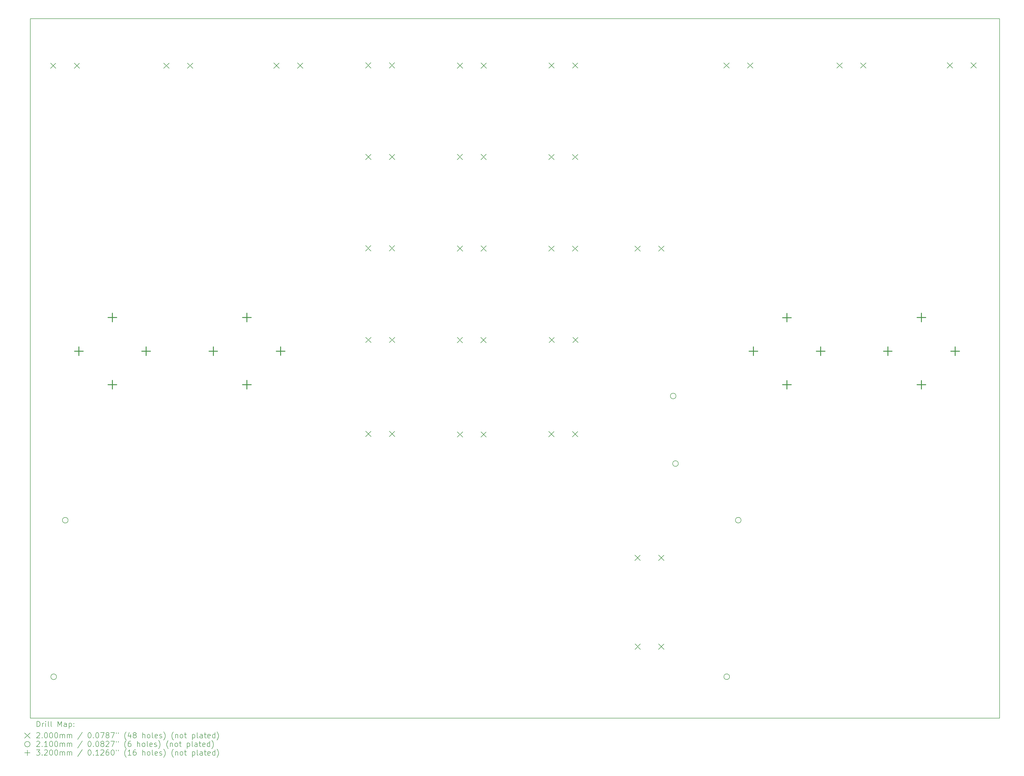
<source format=gbr>
%FSLAX45Y45*%
G04 Gerber Fmt 4.5, Leading zero omitted, Abs format (unit mm)*
G04 Created by KiCad (PCBNEW (5.99.0-11071-g7fde05e8ee)) date 2021-07-29 16:05:57*
%MOMM*%
%LPD*%
G01*
G04 APERTURE LIST*
%TA.AperFunction,Profile*%
%ADD10C,0.150000*%
%TD*%
%ADD11C,0.200000*%
%ADD12C,0.210000*%
%ADD13C,0.320000*%
G04 APERTURE END LIST*
D10*
X47900000Y-31100000D02*
X11900000Y-31100000D01*
X11900000Y-31100000D02*
X11900000Y-5100000D01*
X47900000Y-5100000D02*
X47900000Y-31100000D01*
X11900000Y-5100000D02*
X47900000Y-5100000D01*
D11*
X12655000Y-6747000D02*
X12855000Y-6947000D01*
X12855000Y-6747000D02*
X12655000Y-6947000D01*
X13535000Y-6747000D02*
X13735000Y-6947000D01*
X13735000Y-6747000D02*
X13535000Y-6947000D01*
X16857000Y-6748000D02*
X17057000Y-6948000D01*
X17057000Y-6748000D02*
X16857000Y-6948000D01*
X17737000Y-6748000D02*
X17937000Y-6948000D01*
X17937000Y-6748000D02*
X17737000Y-6948000D01*
X20946000Y-6746000D02*
X21146000Y-6946000D01*
X21146000Y-6746000D02*
X20946000Y-6946000D01*
X21826000Y-6746000D02*
X22026000Y-6946000D01*
X22026000Y-6746000D02*
X21826000Y-6946000D01*
X24355000Y-13533000D02*
X24555000Y-13733000D01*
X24555000Y-13533000D02*
X24355000Y-13733000D01*
X24356000Y-6737000D02*
X24556000Y-6937000D01*
X24556000Y-6737000D02*
X24356000Y-6937000D01*
X24358000Y-16942000D02*
X24558000Y-17142000D01*
X24558000Y-16942000D02*
X24358000Y-17142000D01*
X24359000Y-10138000D02*
X24559000Y-10338000D01*
X24559000Y-10138000D02*
X24359000Y-10338000D01*
X24361000Y-20435000D02*
X24561000Y-20635000D01*
X24561000Y-20435000D02*
X24361000Y-20635000D01*
X25235000Y-13533000D02*
X25435000Y-13733000D01*
X25435000Y-13533000D02*
X25235000Y-13733000D01*
X25236000Y-6737000D02*
X25436000Y-6937000D01*
X25436000Y-6737000D02*
X25236000Y-6937000D01*
X25238000Y-16942000D02*
X25438000Y-17142000D01*
X25438000Y-16942000D02*
X25238000Y-17142000D01*
X25239000Y-10138000D02*
X25439000Y-10338000D01*
X25439000Y-10138000D02*
X25239000Y-10338000D01*
X25241000Y-20435000D02*
X25441000Y-20635000D01*
X25441000Y-20435000D02*
X25241000Y-20635000D01*
X27757000Y-16946000D02*
X27957000Y-17146000D01*
X27957000Y-16946000D02*
X27757000Y-17146000D01*
X27759000Y-10140000D02*
X27959000Y-10340000D01*
X27959000Y-10140000D02*
X27759000Y-10340000D01*
X27760000Y-13543000D02*
X27960000Y-13743000D01*
X27960000Y-13543000D02*
X27760000Y-13743000D01*
X27760000Y-20455000D02*
X27960000Y-20655000D01*
X27960000Y-20455000D02*
X27760000Y-20655000D01*
X27761000Y-6744000D02*
X27961000Y-6944000D01*
X27961000Y-6744000D02*
X27761000Y-6944000D01*
X28637000Y-16946000D02*
X28837000Y-17146000D01*
X28837000Y-16946000D02*
X28637000Y-17146000D01*
X28639000Y-10140000D02*
X28839000Y-10340000D01*
X28839000Y-10140000D02*
X28639000Y-10340000D01*
X28640000Y-13543000D02*
X28840000Y-13743000D01*
X28840000Y-13543000D02*
X28640000Y-13743000D01*
X28640000Y-20455000D02*
X28840000Y-20655000D01*
X28840000Y-20455000D02*
X28640000Y-20655000D01*
X28641000Y-6744000D02*
X28841000Y-6944000D01*
X28841000Y-6744000D02*
X28641000Y-6944000D01*
X31159000Y-13548000D02*
X31359000Y-13748000D01*
X31359000Y-13548000D02*
X31159000Y-13748000D01*
X31160000Y-10142000D02*
X31360000Y-10342000D01*
X31360000Y-10142000D02*
X31160000Y-10342000D01*
X31160000Y-20445000D02*
X31360000Y-20645000D01*
X31360000Y-20445000D02*
X31160000Y-20645000D01*
X31161000Y-6738000D02*
X31361000Y-6938000D01*
X31361000Y-6738000D02*
X31161000Y-6938000D01*
X31170000Y-16940000D02*
X31370000Y-17140000D01*
X31370000Y-16940000D02*
X31170000Y-17140000D01*
X32039000Y-13548000D02*
X32239000Y-13748000D01*
X32239000Y-13548000D02*
X32039000Y-13748000D01*
X32040000Y-10142000D02*
X32240000Y-10342000D01*
X32240000Y-10142000D02*
X32040000Y-10342000D01*
X32040000Y-20445000D02*
X32240000Y-20645000D01*
X32240000Y-20445000D02*
X32040000Y-20645000D01*
X32041000Y-6738000D02*
X32241000Y-6938000D01*
X32241000Y-6738000D02*
X32041000Y-6938000D01*
X32050000Y-16940000D02*
X32250000Y-17140000D01*
X32250000Y-16940000D02*
X32050000Y-17140000D01*
X34357000Y-25040000D02*
X34557000Y-25240000D01*
X34557000Y-25040000D02*
X34357000Y-25240000D01*
X34360000Y-13546000D02*
X34560000Y-13746000D01*
X34560000Y-13546000D02*
X34360000Y-13746000D01*
X34361000Y-28344000D02*
X34561000Y-28544000D01*
X34561000Y-28344000D02*
X34361000Y-28544000D01*
X35237000Y-25040000D02*
X35437000Y-25240000D01*
X35437000Y-25040000D02*
X35237000Y-25240000D01*
X35240000Y-13546000D02*
X35440000Y-13746000D01*
X35440000Y-13546000D02*
X35240000Y-13746000D01*
X35241000Y-28344000D02*
X35441000Y-28544000D01*
X35441000Y-28344000D02*
X35241000Y-28544000D01*
X37659000Y-6738000D02*
X37859000Y-6938000D01*
X37859000Y-6738000D02*
X37659000Y-6938000D01*
X38539000Y-6738000D02*
X38739000Y-6938000D01*
X38739000Y-6738000D02*
X38539000Y-6938000D01*
X41861000Y-6739000D02*
X42061000Y-6939000D01*
X42061000Y-6739000D02*
X41861000Y-6939000D01*
X42741000Y-6739000D02*
X42941000Y-6939000D01*
X42941000Y-6739000D02*
X42741000Y-6939000D01*
X45957000Y-6733000D02*
X46157000Y-6933000D01*
X46157000Y-6733000D02*
X45957000Y-6933000D01*
X46837000Y-6733000D02*
X47037000Y-6933000D01*
X47037000Y-6733000D02*
X46837000Y-6933000D01*
D12*
X12875000Y-29562000D02*
G75*
G03*
X12875000Y-29562000I-105000J0D01*
G01*
X13305000Y-23743000D02*
G75*
G03*
X13305000Y-23743000I-105000J0D01*
G01*
X35884000Y-19126000D02*
G75*
G03*
X35884000Y-19126000I-105000J0D01*
G01*
X35970000Y-21637000D02*
G75*
G03*
X35970000Y-21637000I-105000J0D01*
G01*
X37872000Y-29560000D02*
G75*
G03*
X37872000Y-29560000I-105000J0D01*
G01*
X38301000Y-23741000D02*
G75*
G03*
X38301000Y-23741000I-105000J0D01*
G01*
D13*
X13703000Y-17300000D02*
X13703000Y-17620000D01*
X13543000Y-17460000D02*
X13863000Y-17460000D01*
X14952000Y-16049000D02*
X14952000Y-16369000D01*
X14792000Y-16209000D02*
X15112000Y-16209000D01*
X14952000Y-18547000D02*
X14952000Y-18867000D01*
X14792000Y-18707000D02*
X15112000Y-18707000D01*
X16202000Y-17298000D02*
X16202000Y-17618000D01*
X16042000Y-17458000D02*
X16362000Y-17458000D01*
X18698000Y-17298000D02*
X18698000Y-17618000D01*
X18538000Y-17458000D02*
X18858000Y-17458000D01*
X19947000Y-16048000D02*
X19947000Y-16368000D01*
X19787000Y-16208000D02*
X20107000Y-16208000D01*
X19949000Y-18546000D02*
X19949000Y-18866000D01*
X19789000Y-18706000D02*
X20109000Y-18706000D01*
X21198000Y-17297000D02*
X21198000Y-17617000D01*
X21038000Y-17457000D02*
X21358000Y-17457000D01*
X38756000Y-17302000D02*
X38756000Y-17622000D01*
X38596000Y-17462000D02*
X38916000Y-17462000D01*
X40005000Y-16052000D02*
X40005000Y-16372000D01*
X39845000Y-16212000D02*
X40165000Y-16212000D01*
X40006000Y-18549000D02*
X40006000Y-18869000D01*
X39846000Y-18709000D02*
X40166000Y-18709000D01*
X41255000Y-17302000D02*
X41255000Y-17622000D01*
X41095000Y-17462000D02*
X41415000Y-17462000D01*
X43751000Y-17301000D02*
X43751000Y-17621000D01*
X43591000Y-17461000D02*
X43911000Y-17461000D01*
X45000000Y-16050000D02*
X45000000Y-16370000D01*
X44840000Y-16210000D02*
X45160000Y-16210000D01*
X45002000Y-18549000D02*
X45002000Y-18869000D01*
X44842000Y-18709000D02*
X45162000Y-18709000D01*
X46251000Y-17299000D02*
X46251000Y-17619000D01*
X46091000Y-17459000D02*
X46411000Y-17459000D01*
D11*
X12150119Y-31417976D02*
X12150119Y-31217976D01*
X12197738Y-31217976D01*
X12226309Y-31227500D01*
X12245357Y-31246548D01*
X12254881Y-31265595D01*
X12264405Y-31303690D01*
X12264405Y-31332262D01*
X12254881Y-31370357D01*
X12245357Y-31389405D01*
X12226309Y-31408452D01*
X12197738Y-31417976D01*
X12150119Y-31417976D01*
X12350119Y-31417976D02*
X12350119Y-31284643D01*
X12350119Y-31322738D02*
X12359643Y-31303690D01*
X12369167Y-31294167D01*
X12388214Y-31284643D01*
X12407262Y-31284643D01*
X12473928Y-31417976D02*
X12473928Y-31284643D01*
X12473928Y-31217976D02*
X12464405Y-31227500D01*
X12473928Y-31237024D01*
X12483452Y-31227500D01*
X12473928Y-31217976D01*
X12473928Y-31237024D01*
X12597738Y-31417976D02*
X12578690Y-31408452D01*
X12569167Y-31389405D01*
X12569167Y-31217976D01*
X12702500Y-31417976D02*
X12683452Y-31408452D01*
X12673928Y-31389405D01*
X12673928Y-31217976D01*
X12931071Y-31417976D02*
X12931071Y-31217976D01*
X12997738Y-31360833D01*
X13064405Y-31217976D01*
X13064405Y-31417976D01*
X13245357Y-31417976D02*
X13245357Y-31313214D01*
X13235833Y-31294167D01*
X13216786Y-31284643D01*
X13178690Y-31284643D01*
X13159643Y-31294167D01*
X13245357Y-31408452D02*
X13226309Y-31417976D01*
X13178690Y-31417976D01*
X13159643Y-31408452D01*
X13150119Y-31389405D01*
X13150119Y-31370357D01*
X13159643Y-31351309D01*
X13178690Y-31341786D01*
X13226309Y-31341786D01*
X13245357Y-31332262D01*
X13340595Y-31284643D02*
X13340595Y-31484643D01*
X13340595Y-31294167D02*
X13359643Y-31284643D01*
X13397738Y-31284643D01*
X13416786Y-31294167D01*
X13426309Y-31303690D01*
X13435833Y-31322738D01*
X13435833Y-31379881D01*
X13426309Y-31398928D01*
X13416786Y-31408452D01*
X13397738Y-31417976D01*
X13359643Y-31417976D01*
X13340595Y-31408452D01*
X13521548Y-31398928D02*
X13531071Y-31408452D01*
X13521548Y-31417976D01*
X13512024Y-31408452D01*
X13521548Y-31398928D01*
X13521548Y-31417976D01*
X13521548Y-31294167D02*
X13531071Y-31303690D01*
X13521548Y-31313214D01*
X13512024Y-31303690D01*
X13521548Y-31294167D01*
X13521548Y-31313214D01*
X11692500Y-31647500D02*
X11892500Y-31847500D01*
X11892500Y-31647500D02*
X11692500Y-31847500D01*
X12140595Y-31657024D02*
X12150119Y-31647500D01*
X12169167Y-31637976D01*
X12216786Y-31637976D01*
X12235833Y-31647500D01*
X12245357Y-31657024D01*
X12254881Y-31676071D01*
X12254881Y-31695119D01*
X12245357Y-31723690D01*
X12131071Y-31837976D01*
X12254881Y-31837976D01*
X12340595Y-31818928D02*
X12350119Y-31828452D01*
X12340595Y-31837976D01*
X12331071Y-31828452D01*
X12340595Y-31818928D01*
X12340595Y-31837976D01*
X12473928Y-31637976D02*
X12492976Y-31637976D01*
X12512024Y-31647500D01*
X12521548Y-31657024D01*
X12531071Y-31676071D01*
X12540595Y-31714167D01*
X12540595Y-31761786D01*
X12531071Y-31799881D01*
X12521548Y-31818928D01*
X12512024Y-31828452D01*
X12492976Y-31837976D01*
X12473928Y-31837976D01*
X12454881Y-31828452D01*
X12445357Y-31818928D01*
X12435833Y-31799881D01*
X12426309Y-31761786D01*
X12426309Y-31714167D01*
X12435833Y-31676071D01*
X12445357Y-31657024D01*
X12454881Y-31647500D01*
X12473928Y-31637976D01*
X12664405Y-31637976D02*
X12683452Y-31637976D01*
X12702500Y-31647500D01*
X12712024Y-31657024D01*
X12721548Y-31676071D01*
X12731071Y-31714167D01*
X12731071Y-31761786D01*
X12721548Y-31799881D01*
X12712024Y-31818928D01*
X12702500Y-31828452D01*
X12683452Y-31837976D01*
X12664405Y-31837976D01*
X12645357Y-31828452D01*
X12635833Y-31818928D01*
X12626309Y-31799881D01*
X12616786Y-31761786D01*
X12616786Y-31714167D01*
X12626309Y-31676071D01*
X12635833Y-31657024D01*
X12645357Y-31647500D01*
X12664405Y-31637976D01*
X12854881Y-31637976D02*
X12873928Y-31637976D01*
X12892976Y-31647500D01*
X12902500Y-31657024D01*
X12912024Y-31676071D01*
X12921548Y-31714167D01*
X12921548Y-31761786D01*
X12912024Y-31799881D01*
X12902500Y-31818928D01*
X12892976Y-31828452D01*
X12873928Y-31837976D01*
X12854881Y-31837976D01*
X12835833Y-31828452D01*
X12826309Y-31818928D01*
X12816786Y-31799881D01*
X12807262Y-31761786D01*
X12807262Y-31714167D01*
X12816786Y-31676071D01*
X12826309Y-31657024D01*
X12835833Y-31647500D01*
X12854881Y-31637976D01*
X13007262Y-31837976D02*
X13007262Y-31704643D01*
X13007262Y-31723690D02*
X13016786Y-31714167D01*
X13035833Y-31704643D01*
X13064405Y-31704643D01*
X13083452Y-31714167D01*
X13092976Y-31733214D01*
X13092976Y-31837976D01*
X13092976Y-31733214D02*
X13102500Y-31714167D01*
X13121548Y-31704643D01*
X13150119Y-31704643D01*
X13169167Y-31714167D01*
X13178690Y-31733214D01*
X13178690Y-31837976D01*
X13273928Y-31837976D02*
X13273928Y-31704643D01*
X13273928Y-31723690D02*
X13283452Y-31714167D01*
X13302500Y-31704643D01*
X13331071Y-31704643D01*
X13350119Y-31714167D01*
X13359643Y-31733214D01*
X13359643Y-31837976D01*
X13359643Y-31733214D02*
X13369167Y-31714167D01*
X13388214Y-31704643D01*
X13416786Y-31704643D01*
X13435833Y-31714167D01*
X13445357Y-31733214D01*
X13445357Y-31837976D01*
X13835833Y-31628452D02*
X13664405Y-31885595D01*
X14092976Y-31637976D02*
X14112024Y-31637976D01*
X14131071Y-31647500D01*
X14140595Y-31657024D01*
X14150119Y-31676071D01*
X14159643Y-31714167D01*
X14159643Y-31761786D01*
X14150119Y-31799881D01*
X14140595Y-31818928D01*
X14131071Y-31828452D01*
X14112024Y-31837976D01*
X14092976Y-31837976D01*
X14073928Y-31828452D01*
X14064405Y-31818928D01*
X14054881Y-31799881D01*
X14045357Y-31761786D01*
X14045357Y-31714167D01*
X14054881Y-31676071D01*
X14064405Y-31657024D01*
X14073928Y-31647500D01*
X14092976Y-31637976D01*
X14245357Y-31818928D02*
X14254881Y-31828452D01*
X14245357Y-31837976D01*
X14235833Y-31828452D01*
X14245357Y-31818928D01*
X14245357Y-31837976D01*
X14378690Y-31637976D02*
X14397738Y-31637976D01*
X14416786Y-31647500D01*
X14426309Y-31657024D01*
X14435833Y-31676071D01*
X14445357Y-31714167D01*
X14445357Y-31761786D01*
X14435833Y-31799881D01*
X14426309Y-31818928D01*
X14416786Y-31828452D01*
X14397738Y-31837976D01*
X14378690Y-31837976D01*
X14359643Y-31828452D01*
X14350119Y-31818928D01*
X14340595Y-31799881D01*
X14331071Y-31761786D01*
X14331071Y-31714167D01*
X14340595Y-31676071D01*
X14350119Y-31657024D01*
X14359643Y-31647500D01*
X14378690Y-31637976D01*
X14512024Y-31637976D02*
X14645357Y-31637976D01*
X14559643Y-31837976D01*
X14750119Y-31723690D02*
X14731071Y-31714167D01*
X14721548Y-31704643D01*
X14712024Y-31685595D01*
X14712024Y-31676071D01*
X14721548Y-31657024D01*
X14731071Y-31647500D01*
X14750119Y-31637976D01*
X14788214Y-31637976D01*
X14807262Y-31647500D01*
X14816786Y-31657024D01*
X14826309Y-31676071D01*
X14826309Y-31685595D01*
X14816786Y-31704643D01*
X14807262Y-31714167D01*
X14788214Y-31723690D01*
X14750119Y-31723690D01*
X14731071Y-31733214D01*
X14721548Y-31742738D01*
X14712024Y-31761786D01*
X14712024Y-31799881D01*
X14721548Y-31818928D01*
X14731071Y-31828452D01*
X14750119Y-31837976D01*
X14788214Y-31837976D01*
X14807262Y-31828452D01*
X14816786Y-31818928D01*
X14826309Y-31799881D01*
X14826309Y-31761786D01*
X14816786Y-31742738D01*
X14807262Y-31733214D01*
X14788214Y-31723690D01*
X14892976Y-31637976D02*
X15026309Y-31637976D01*
X14940595Y-31837976D01*
X15092976Y-31637976D02*
X15092976Y-31676071D01*
X15169167Y-31637976D02*
X15169167Y-31676071D01*
X15464405Y-31914167D02*
X15454881Y-31904643D01*
X15435833Y-31876071D01*
X15426309Y-31857024D01*
X15416786Y-31828452D01*
X15407262Y-31780833D01*
X15407262Y-31742738D01*
X15416786Y-31695119D01*
X15426309Y-31666548D01*
X15435833Y-31647500D01*
X15454881Y-31618928D01*
X15464405Y-31609405D01*
X15626309Y-31704643D02*
X15626309Y-31837976D01*
X15578690Y-31628452D02*
X15531071Y-31771309D01*
X15654881Y-31771309D01*
X15759643Y-31723690D02*
X15740595Y-31714167D01*
X15731071Y-31704643D01*
X15721548Y-31685595D01*
X15721548Y-31676071D01*
X15731071Y-31657024D01*
X15740595Y-31647500D01*
X15759643Y-31637976D01*
X15797738Y-31637976D01*
X15816786Y-31647500D01*
X15826309Y-31657024D01*
X15835833Y-31676071D01*
X15835833Y-31685595D01*
X15826309Y-31704643D01*
X15816786Y-31714167D01*
X15797738Y-31723690D01*
X15759643Y-31723690D01*
X15740595Y-31733214D01*
X15731071Y-31742738D01*
X15721548Y-31761786D01*
X15721548Y-31799881D01*
X15731071Y-31818928D01*
X15740595Y-31828452D01*
X15759643Y-31837976D01*
X15797738Y-31837976D01*
X15816786Y-31828452D01*
X15826309Y-31818928D01*
X15835833Y-31799881D01*
X15835833Y-31761786D01*
X15826309Y-31742738D01*
X15816786Y-31733214D01*
X15797738Y-31723690D01*
X16073928Y-31837976D02*
X16073928Y-31637976D01*
X16159643Y-31837976D02*
X16159643Y-31733214D01*
X16150119Y-31714167D01*
X16131071Y-31704643D01*
X16102500Y-31704643D01*
X16083452Y-31714167D01*
X16073928Y-31723690D01*
X16283452Y-31837976D02*
X16264405Y-31828452D01*
X16254881Y-31818928D01*
X16245357Y-31799881D01*
X16245357Y-31742738D01*
X16254881Y-31723690D01*
X16264405Y-31714167D01*
X16283452Y-31704643D01*
X16312024Y-31704643D01*
X16331071Y-31714167D01*
X16340595Y-31723690D01*
X16350119Y-31742738D01*
X16350119Y-31799881D01*
X16340595Y-31818928D01*
X16331071Y-31828452D01*
X16312024Y-31837976D01*
X16283452Y-31837976D01*
X16464405Y-31837976D02*
X16445357Y-31828452D01*
X16435833Y-31809405D01*
X16435833Y-31637976D01*
X16616786Y-31828452D02*
X16597738Y-31837976D01*
X16559643Y-31837976D01*
X16540595Y-31828452D01*
X16531071Y-31809405D01*
X16531071Y-31733214D01*
X16540595Y-31714167D01*
X16559643Y-31704643D01*
X16597738Y-31704643D01*
X16616786Y-31714167D01*
X16626309Y-31733214D01*
X16626309Y-31752262D01*
X16531071Y-31771309D01*
X16702500Y-31828452D02*
X16721548Y-31837976D01*
X16759643Y-31837976D01*
X16778690Y-31828452D01*
X16788214Y-31809405D01*
X16788214Y-31799881D01*
X16778690Y-31780833D01*
X16759643Y-31771309D01*
X16731071Y-31771309D01*
X16712024Y-31761786D01*
X16702500Y-31742738D01*
X16702500Y-31733214D01*
X16712024Y-31714167D01*
X16731071Y-31704643D01*
X16759643Y-31704643D01*
X16778690Y-31714167D01*
X16854881Y-31914167D02*
X16864405Y-31904643D01*
X16883452Y-31876071D01*
X16892976Y-31857024D01*
X16902500Y-31828452D01*
X16912024Y-31780833D01*
X16912024Y-31742738D01*
X16902500Y-31695119D01*
X16892976Y-31666548D01*
X16883452Y-31647500D01*
X16864405Y-31618928D01*
X16854881Y-31609405D01*
X17216786Y-31914167D02*
X17207262Y-31904643D01*
X17188214Y-31876071D01*
X17178690Y-31857024D01*
X17169167Y-31828452D01*
X17159643Y-31780833D01*
X17159643Y-31742738D01*
X17169167Y-31695119D01*
X17178690Y-31666548D01*
X17188214Y-31647500D01*
X17207262Y-31618928D01*
X17216786Y-31609405D01*
X17292976Y-31704643D02*
X17292976Y-31837976D01*
X17292976Y-31723690D02*
X17302500Y-31714167D01*
X17321548Y-31704643D01*
X17350119Y-31704643D01*
X17369167Y-31714167D01*
X17378690Y-31733214D01*
X17378690Y-31837976D01*
X17502500Y-31837976D02*
X17483452Y-31828452D01*
X17473929Y-31818928D01*
X17464405Y-31799881D01*
X17464405Y-31742738D01*
X17473929Y-31723690D01*
X17483452Y-31714167D01*
X17502500Y-31704643D01*
X17531071Y-31704643D01*
X17550119Y-31714167D01*
X17559643Y-31723690D01*
X17569167Y-31742738D01*
X17569167Y-31799881D01*
X17559643Y-31818928D01*
X17550119Y-31828452D01*
X17531071Y-31837976D01*
X17502500Y-31837976D01*
X17626310Y-31704643D02*
X17702500Y-31704643D01*
X17654881Y-31637976D02*
X17654881Y-31809405D01*
X17664405Y-31828452D01*
X17683452Y-31837976D01*
X17702500Y-31837976D01*
X17921548Y-31704643D02*
X17921548Y-31904643D01*
X17921548Y-31714167D02*
X17940595Y-31704643D01*
X17978690Y-31704643D01*
X17997738Y-31714167D01*
X18007262Y-31723690D01*
X18016786Y-31742738D01*
X18016786Y-31799881D01*
X18007262Y-31818928D01*
X17997738Y-31828452D01*
X17978690Y-31837976D01*
X17940595Y-31837976D01*
X17921548Y-31828452D01*
X18131071Y-31837976D02*
X18112024Y-31828452D01*
X18102500Y-31809405D01*
X18102500Y-31637976D01*
X18292976Y-31837976D02*
X18292976Y-31733214D01*
X18283452Y-31714167D01*
X18264405Y-31704643D01*
X18226310Y-31704643D01*
X18207262Y-31714167D01*
X18292976Y-31828452D02*
X18273929Y-31837976D01*
X18226310Y-31837976D01*
X18207262Y-31828452D01*
X18197738Y-31809405D01*
X18197738Y-31790357D01*
X18207262Y-31771309D01*
X18226310Y-31761786D01*
X18273929Y-31761786D01*
X18292976Y-31752262D01*
X18359643Y-31704643D02*
X18435833Y-31704643D01*
X18388214Y-31637976D02*
X18388214Y-31809405D01*
X18397738Y-31828452D01*
X18416786Y-31837976D01*
X18435833Y-31837976D01*
X18578690Y-31828452D02*
X18559643Y-31837976D01*
X18521548Y-31837976D01*
X18502500Y-31828452D01*
X18492976Y-31809405D01*
X18492976Y-31733214D01*
X18502500Y-31714167D01*
X18521548Y-31704643D01*
X18559643Y-31704643D01*
X18578690Y-31714167D01*
X18588214Y-31733214D01*
X18588214Y-31752262D01*
X18492976Y-31771309D01*
X18759643Y-31837976D02*
X18759643Y-31637976D01*
X18759643Y-31828452D02*
X18740595Y-31837976D01*
X18702500Y-31837976D01*
X18683452Y-31828452D01*
X18673929Y-31818928D01*
X18664405Y-31799881D01*
X18664405Y-31742738D01*
X18673929Y-31723690D01*
X18683452Y-31714167D01*
X18702500Y-31704643D01*
X18740595Y-31704643D01*
X18759643Y-31714167D01*
X18835833Y-31914167D02*
X18845357Y-31904643D01*
X18864405Y-31876071D01*
X18873929Y-31857024D01*
X18883452Y-31828452D01*
X18892976Y-31780833D01*
X18892976Y-31742738D01*
X18883452Y-31695119D01*
X18873929Y-31666548D01*
X18864405Y-31647500D01*
X18845357Y-31618928D01*
X18835833Y-31609405D01*
X11892500Y-32067500D02*
G75*
G03*
X11892500Y-32067500I-100000J0D01*
G01*
X12140595Y-31977024D02*
X12150119Y-31967500D01*
X12169167Y-31957976D01*
X12216786Y-31957976D01*
X12235833Y-31967500D01*
X12245357Y-31977024D01*
X12254881Y-31996071D01*
X12254881Y-32015119D01*
X12245357Y-32043690D01*
X12131071Y-32157976D01*
X12254881Y-32157976D01*
X12340595Y-32138928D02*
X12350119Y-32148452D01*
X12340595Y-32157976D01*
X12331071Y-32148452D01*
X12340595Y-32138928D01*
X12340595Y-32157976D01*
X12540595Y-32157976D02*
X12426309Y-32157976D01*
X12483452Y-32157976D02*
X12483452Y-31957976D01*
X12464405Y-31986548D01*
X12445357Y-32005595D01*
X12426309Y-32015119D01*
X12664405Y-31957976D02*
X12683452Y-31957976D01*
X12702500Y-31967500D01*
X12712024Y-31977024D01*
X12721548Y-31996071D01*
X12731071Y-32034167D01*
X12731071Y-32081786D01*
X12721548Y-32119881D01*
X12712024Y-32138928D01*
X12702500Y-32148452D01*
X12683452Y-32157976D01*
X12664405Y-32157976D01*
X12645357Y-32148452D01*
X12635833Y-32138928D01*
X12626309Y-32119881D01*
X12616786Y-32081786D01*
X12616786Y-32034167D01*
X12626309Y-31996071D01*
X12635833Y-31977024D01*
X12645357Y-31967500D01*
X12664405Y-31957976D01*
X12854881Y-31957976D02*
X12873928Y-31957976D01*
X12892976Y-31967500D01*
X12902500Y-31977024D01*
X12912024Y-31996071D01*
X12921548Y-32034167D01*
X12921548Y-32081786D01*
X12912024Y-32119881D01*
X12902500Y-32138928D01*
X12892976Y-32148452D01*
X12873928Y-32157976D01*
X12854881Y-32157976D01*
X12835833Y-32148452D01*
X12826309Y-32138928D01*
X12816786Y-32119881D01*
X12807262Y-32081786D01*
X12807262Y-32034167D01*
X12816786Y-31996071D01*
X12826309Y-31977024D01*
X12835833Y-31967500D01*
X12854881Y-31957976D01*
X13007262Y-32157976D02*
X13007262Y-32024643D01*
X13007262Y-32043690D02*
X13016786Y-32034167D01*
X13035833Y-32024643D01*
X13064405Y-32024643D01*
X13083452Y-32034167D01*
X13092976Y-32053214D01*
X13092976Y-32157976D01*
X13092976Y-32053214D02*
X13102500Y-32034167D01*
X13121548Y-32024643D01*
X13150119Y-32024643D01*
X13169167Y-32034167D01*
X13178690Y-32053214D01*
X13178690Y-32157976D01*
X13273928Y-32157976D02*
X13273928Y-32024643D01*
X13273928Y-32043690D02*
X13283452Y-32034167D01*
X13302500Y-32024643D01*
X13331071Y-32024643D01*
X13350119Y-32034167D01*
X13359643Y-32053214D01*
X13359643Y-32157976D01*
X13359643Y-32053214D02*
X13369167Y-32034167D01*
X13388214Y-32024643D01*
X13416786Y-32024643D01*
X13435833Y-32034167D01*
X13445357Y-32053214D01*
X13445357Y-32157976D01*
X13835833Y-31948452D02*
X13664405Y-32205595D01*
X14092976Y-31957976D02*
X14112024Y-31957976D01*
X14131071Y-31967500D01*
X14140595Y-31977024D01*
X14150119Y-31996071D01*
X14159643Y-32034167D01*
X14159643Y-32081786D01*
X14150119Y-32119881D01*
X14140595Y-32138928D01*
X14131071Y-32148452D01*
X14112024Y-32157976D01*
X14092976Y-32157976D01*
X14073928Y-32148452D01*
X14064405Y-32138928D01*
X14054881Y-32119881D01*
X14045357Y-32081786D01*
X14045357Y-32034167D01*
X14054881Y-31996071D01*
X14064405Y-31977024D01*
X14073928Y-31967500D01*
X14092976Y-31957976D01*
X14245357Y-32138928D02*
X14254881Y-32148452D01*
X14245357Y-32157976D01*
X14235833Y-32148452D01*
X14245357Y-32138928D01*
X14245357Y-32157976D01*
X14378690Y-31957976D02*
X14397738Y-31957976D01*
X14416786Y-31967500D01*
X14426309Y-31977024D01*
X14435833Y-31996071D01*
X14445357Y-32034167D01*
X14445357Y-32081786D01*
X14435833Y-32119881D01*
X14426309Y-32138928D01*
X14416786Y-32148452D01*
X14397738Y-32157976D01*
X14378690Y-32157976D01*
X14359643Y-32148452D01*
X14350119Y-32138928D01*
X14340595Y-32119881D01*
X14331071Y-32081786D01*
X14331071Y-32034167D01*
X14340595Y-31996071D01*
X14350119Y-31977024D01*
X14359643Y-31967500D01*
X14378690Y-31957976D01*
X14559643Y-32043690D02*
X14540595Y-32034167D01*
X14531071Y-32024643D01*
X14521548Y-32005595D01*
X14521548Y-31996071D01*
X14531071Y-31977024D01*
X14540595Y-31967500D01*
X14559643Y-31957976D01*
X14597738Y-31957976D01*
X14616786Y-31967500D01*
X14626309Y-31977024D01*
X14635833Y-31996071D01*
X14635833Y-32005595D01*
X14626309Y-32024643D01*
X14616786Y-32034167D01*
X14597738Y-32043690D01*
X14559643Y-32043690D01*
X14540595Y-32053214D01*
X14531071Y-32062738D01*
X14521548Y-32081786D01*
X14521548Y-32119881D01*
X14531071Y-32138928D01*
X14540595Y-32148452D01*
X14559643Y-32157976D01*
X14597738Y-32157976D01*
X14616786Y-32148452D01*
X14626309Y-32138928D01*
X14635833Y-32119881D01*
X14635833Y-32081786D01*
X14626309Y-32062738D01*
X14616786Y-32053214D01*
X14597738Y-32043690D01*
X14712024Y-31977024D02*
X14721548Y-31967500D01*
X14740595Y-31957976D01*
X14788214Y-31957976D01*
X14807262Y-31967500D01*
X14816786Y-31977024D01*
X14826309Y-31996071D01*
X14826309Y-32015119D01*
X14816786Y-32043690D01*
X14702500Y-32157976D01*
X14826309Y-32157976D01*
X14892976Y-31957976D02*
X15026309Y-31957976D01*
X14940595Y-32157976D01*
X15092976Y-31957976D02*
X15092976Y-31996071D01*
X15169167Y-31957976D02*
X15169167Y-31996071D01*
X15464405Y-32234167D02*
X15454881Y-32224643D01*
X15435833Y-32196071D01*
X15426309Y-32177024D01*
X15416786Y-32148452D01*
X15407262Y-32100833D01*
X15407262Y-32062738D01*
X15416786Y-32015119D01*
X15426309Y-31986548D01*
X15435833Y-31967500D01*
X15454881Y-31938928D01*
X15464405Y-31929405D01*
X15626309Y-31957976D02*
X15588214Y-31957976D01*
X15569167Y-31967500D01*
X15559643Y-31977024D01*
X15540595Y-32005595D01*
X15531071Y-32043690D01*
X15531071Y-32119881D01*
X15540595Y-32138928D01*
X15550119Y-32148452D01*
X15569167Y-32157976D01*
X15607262Y-32157976D01*
X15626309Y-32148452D01*
X15635833Y-32138928D01*
X15645357Y-32119881D01*
X15645357Y-32072262D01*
X15635833Y-32053214D01*
X15626309Y-32043690D01*
X15607262Y-32034167D01*
X15569167Y-32034167D01*
X15550119Y-32043690D01*
X15540595Y-32053214D01*
X15531071Y-32072262D01*
X15883452Y-32157976D02*
X15883452Y-31957976D01*
X15969167Y-32157976D02*
X15969167Y-32053214D01*
X15959643Y-32034167D01*
X15940595Y-32024643D01*
X15912024Y-32024643D01*
X15892976Y-32034167D01*
X15883452Y-32043690D01*
X16092976Y-32157976D02*
X16073928Y-32148452D01*
X16064405Y-32138928D01*
X16054881Y-32119881D01*
X16054881Y-32062738D01*
X16064405Y-32043690D01*
X16073928Y-32034167D01*
X16092976Y-32024643D01*
X16121548Y-32024643D01*
X16140595Y-32034167D01*
X16150119Y-32043690D01*
X16159643Y-32062738D01*
X16159643Y-32119881D01*
X16150119Y-32138928D01*
X16140595Y-32148452D01*
X16121548Y-32157976D01*
X16092976Y-32157976D01*
X16273928Y-32157976D02*
X16254881Y-32148452D01*
X16245357Y-32129405D01*
X16245357Y-31957976D01*
X16426309Y-32148452D02*
X16407262Y-32157976D01*
X16369167Y-32157976D01*
X16350119Y-32148452D01*
X16340595Y-32129405D01*
X16340595Y-32053214D01*
X16350119Y-32034167D01*
X16369167Y-32024643D01*
X16407262Y-32024643D01*
X16426309Y-32034167D01*
X16435833Y-32053214D01*
X16435833Y-32072262D01*
X16340595Y-32091309D01*
X16512024Y-32148452D02*
X16531071Y-32157976D01*
X16569167Y-32157976D01*
X16588214Y-32148452D01*
X16597738Y-32129405D01*
X16597738Y-32119881D01*
X16588214Y-32100833D01*
X16569167Y-32091309D01*
X16540595Y-32091309D01*
X16521548Y-32081786D01*
X16512024Y-32062738D01*
X16512024Y-32053214D01*
X16521548Y-32034167D01*
X16540595Y-32024643D01*
X16569167Y-32024643D01*
X16588214Y-32034167D01*
X16664405Y-32234167D02*
X16673928Y-32224643D01*
X16692976Y-32196071D01*
X16702500Y-32177024D01*
X16712024Y-32148452D01*
X16721548Y-32100833D01*
X16721548Y-32062738D01*
X16712024Y-32015119D01*
X16702500Y-31986548D01*
X16692976Y-31967500D01*
X16673928Y-31938928D01*
X16664405Y-31929405D01*
X17026310Y-32234167D02*
X17016786Y-32224643D01*
X16997738Y-32196071D01*
X16988214Y-32177024D01*
X16978690Y-32148452D01*
X16969167Y-32100833D01*
X16969167Y-32062738D01*
X16978690Y-32015119D01*
X16988214Y-31986548D01*
X16997738Y-31967500D01*
X17016786Y-31938928D01*
X17026310Y-31929405D01*
X17102500Y-32024643D02*
X17102500Y-32157976D01*
X17102500Y-32043690D02*
X17112024Y-32034167D01*
X17131071Y-32024643D01*
X17159643Y-32024643D01*
X17178690Y-32034167D01*
X17188214Y-32053214D01*
X17188214Y-32157976D01*
X17312024Y-32157976D02*
X17292976Y-32148452D01*
X17283452Y-32138928D01*
X17273929Y-32119881D01*
X17273929Y-32062738D01*
X17283452Y-32043690D01*
X17292976Y-32034167D01*
X17312024Y-32024643D01*
X17340595Y-32024643D01*
X17359643Y-32034167D01*
X17369167Y-32043690D01*
X17378690Y-32062738D01*
X17378690Y-32119881D01*
X17369167Y-32138928D01*
X17359643Y-32148452D01*
X17340595Y-32157976D01*
X17312024Y-32157976D01*
X17435833Y-32024643D02*
X17512024Y-32024643D01*
X17464405Y-31957976D02*
X17464405Y-32129405D01*
X17473929Y-32148452D01*
X17492976Y-32157976D01*
X17512024Y-32157976D01*
X17731071Y-32024643D02*
X17731071Y-32224643D01*
X17731071Y-32034167D02*
X17750119Y-32024643D01*
X17788214Y-32024643D01*
X17807262Y-32034167D01*
X17816786Y-32043690D01*
X17826310Y-32062738D01*
X17826310Y-32119881D01*
X17816786Y-32138928D01*
X17807262Y-32148452D01*
X17788214Y-32157976D01*
X17750119Y-32157976D01*
X17731071Y-32148452D01*
X17940595Y-32157976D02*
X17921548Y-32148452D01*
X17912024Y-32129405D01*
X17912024Y-31957976D01*
X18102500Y-32157976D02*
X18102500Y-32053214D01*
X18092976Y-32034167D01*
X18073929Y-32024643D01*
X18035833Y-32024643D01*
X18016786Y-32034167D01*
X18102500Y-32148452D02*
X18083452Y-32157976D01*
X18035833Y-32157976D01*
X18016786Y-32148452D01*
X18007262Y-32129405D01*
X18007262Y-32110357D01*
X18016786Y-32091309D01*
X18035833Y-32081786D01*
X18083452Y-32081786D01*
X18102500Y-32072262D01*
X18169167Y-32024643D02*
X18245357Y-32024643D01*
X18197738Y-31957976D02*
X18197738Y-32129405D01*
X18207262Y-32148452D01*
X18226310Y-32157976D01*
X18245357Y-32157976D01*
X18388214Y-32148452D02*
X18369167Y-32157976D01*
X18331071Y-32157976D01*
X18312024Y-32148452D01*
X18302500Y-32129405D01*
X18302500Y-32053214D01*
X18312024Y-32034167D01*
X18331071Y-32024643D01*
X18369167Y-32024643D01*
X18388214Y-32034167D01*
X18397738Y-32053214D01*
X18397738Y-32072262D01*
X18302500Y-32091309D01*
X18569167Y-32157976D02*
X18569167Y-31957976D01*
X18569167Y-32148452D02*
X18550119Y-32157976D01*
X18512024Y-32157976D01*
X18492976Y-32148452D01*
X18483452Y-32138928D01*
X18473929Y-32119881D01*
X18473929Y-32062738D01*
X18483452Y-32043690D01*
X18492976Y-32034167D01*
X18512024Y-32024643D01*
X18550119Y-32024643D01*
X18569167Y-32034167D01*
X18645357Y-32234167D02*
X18654881Y-32224643D01*
X18673929Y-32196071D01*
X18683452Y-32177024D01*
X18692976Y-32148452D01*
X18702500Y-32100833D01*
X18702500Y-32062738D01*
X18692976Y-32015119D01*
X18683452Y-31986548D01*
X18673929Y-31967500D01*
X18654881Y-31938928D01*
X18645357Y-31929405D01*
X11792500Y-32287500D02*
X11792500Y-32487500D01*
X11692500Y-32387500D02*
X11892500Y-32387500D01*
X12131071Y-32277976D02*
X12254881Y-32277976D01*
X12188214Y-32354167D01*
X12216786Y-32354167D01*
X12235833Y-32363690D01*
X12245357Y-32373214D01*
X12254881Y-32392262D01*
X12254881Y-32439881D01*
X12245357Y-32458928D01*
X12235833Y-32468452D01*
X12216786Y-32477976D01*
X12159643Y-32477976D01*
X12140595Y-32468452D01*
X12131071Y-32458928D01*
X12340595Y-32458928D02*
X12350119Y-32468452D01*
X12340595Y-32477976D01*
X12331071Y-32468452D01*
X12340595Y-32458928D01*
X12340595Y-32477976D01*
X12426309Y-32297024D02*
X12435833Y-32287500D01*
X12454881Y-32277976D01*
X12502500Y-32277976D01*
X12521548Y-32287500D01*
X12531071Y-32297024D01*
X12540595Y-32316071D01*
X12540595Y-32335119D01*
X12531071Y-32363690D01*
X12416786Y-32477976D01*
X12540595Y-32477976D01*
X12664405Y-32277976D02*
X12683452Y-32277976D01*
X12702500Y-32287500D01*
X12712024Y-32297024D01*
X12721548Y-32316071D01*
X12731071Y-32354167D01*
X12731071Y-32401786D01*
X12721548Y-32439881D01*
X12712024Y-32458928D01*
X12702500Y-32468452D01*
X12683452Y-32477976D01*
X12664405Y-32477976D01*
X12645357Y-32468452D01*
X12635833Y-32458928D01*
X12626309Y-32439881D01*
X12616786Y-32401786D01*
X12616786Y-32354167D01*
X12626309Y-32316071D01*
X12635833Y-32297024D01*
X12645357Y-32287500D01*
X12664405Y-32277976D01*
X12854881Y-32277976D02*
X12873928Y-32277976D01*
X12892976Y-32287500D01*
X12902500Y-32297024D01*
X12912024Y-32316071D01*
X12921548Y-32354167D01*
X12921548Y-32401786D01*
X12912024Y-32439881D01*
X12902500Y-32458928D01*
X12892976Y-32468452D01*
X12873928Y-32477976D01*
X12854881Y-32477976D01*
X12835833Y-32468452D01*
X12826309Y-32458928D01*
X12816786Y-32439881D01*
X12807262Y-32401786D01*
X12807262Y-32354167D01*
X12816786Y-32316071D01*
X12826309Y-32297024D01*
X12835833Y-32287500D01*
X12854881Y-32277976D01*
X13007262Y-32477976D02*
X13007262Y-32344643D01*
X13007262Y-32363690D02*
X13016786Y-32354167D01*
X13035833Y-32344643D01*
X13064405Y-32344643D01*
X13083452Y-32354167D01*
X13092976Y-32373214D01*
X13092976Y-32477976D01*
X13092976Y-32373214D02*
X13102500Y-32354167D01*
X13121548Y-32344643D01*
X13150119Y-32344643D01*
X13169167Y-32354167D01*
X13178690Y-32373214D01*
X13178690Y-32477976D01*
X13273928Y-32477976D02*
X13273928Y-32344643D01*
X13273928Y-32363690D02*
X13283452Y-32354167D01*
X13302500Y-32344643D01*
X13331071Y-32344643D01*
X13350119Y-32354167D01*
X13359643Y-32373214D01*
X13359643Y-32477976D01*
X13359643Y-32373214D02*
X13369167Y-32354167D01*
X13388214Y-32344643D01*
X13416786Y-32344643D01*
X13435833Y-32354167D01*
X13445357Y-32373214D01*
X13445357Y-32477976D01*
X13835833Y-32268452D02*
X13664405Y-32525595D01*
X14092976Y-32277976D02*
X14112024Y-32277976D01*
X14131071Y-32287500D01*
X14140595Y-32297024D01*
X14150119Y-32316071D01*
X14159643Y-32354167D01*
X14159643Y-32401786D01*
X14150119Y-32439881D01*
X14140595Y-32458928D01*
X14131071Y-32468452D01*
X14112024Y-32477976D01*
X14092976Y-32477976D01*
X14073928Y-32468452D01*
X14064405Y-32458928D01*
X14054881Y-32439881D01*
X14045357Y-32401786D01*
X14045357Y-32354167D01*
X14054881Y-32316071D01*
X14064405Y-32297024D01*
X14073928Y-32287500D01*
X14092976Y-32277976D01*
X14245357Y-32458928D02*
X14254881Y-32468452D01*
X14245357Y-32477976D01*
X14235833Y-32468452D01*
X14245357Y-32458928D01*
X14245357Y-32477976D01*
X14445357Y-32477976D02*
X14331071Y-32477976D01*
X14388214Y-32477976D02*
X14388214Y-32277976D01*
X14369167Y-32306548D01*
X14350119Y-32325595D01*
X14331071Y-32335119D01*
X14521548Y-32297024D02*
X14531071Y-32287500D01*
X14550119Y-32277976D01*
X14597738Y-32277976D01*
X14616786Y-32287500D01*
X14626309Y-32297024D01*
X14635833Y-32316071D01*
X14635833Y-32335119D01*
X14626309Y-32363690D01*
X14512024Y-32477976D01*
X14635833Y-32477976D01*
X14807262Y-32277976D02*
X14769167Y-32277976D01*
X14750119Y-32287500D01*
X14740595Y-32297024D01*
X14721548Y-32325595D01*
X14712024Y-32363690D01*
X14712024Y-32439881D01*
X14721548Y-32458928D01*
X14731071Y-32468452D01*
X14750119Y-32477976D01*
X14788214Y-32477976D01*
X14807262Y-32468452D01*
X14816786Y-32458928D01*
X14826309Y-32439881D01*
X14826309Y-32392262D01*
X14816786Y-32373214D01*
X14807262Y-32363690D01*
X14788214Y-32354167D01*
X14750119Y-32354167D01*
X14731071Y-32363690D01*
X14721548Y-32373214D01*
X14712024Y-32392262D01*
X14950119Y-32277976D02*
X14969167Y-32277976D01*
X14988214Y-32287500D01*
X14997738Y-32297024D01*
X15007262Y-32316071D01*
X15016786Y-32354167D01*
X15016786Y-32401786D01*
X15007262Y-32439881D01*
X14997738Y-32458928D01*
X14988214Y-32468452D01*
X14969167Y-32477976D01*
X14950119Y-32477976D01*
X14931071Y-32468452D01*
X14921548Y-32458928D01*
X14912024Y-32439881D01*
X14902500Y-32401786D01*
X14902500Y-32354167D01*
X14912024Y-32316071D01*
X14921548Y-32297024D01*
X14931071Y-32287500D01*
X14950119Y-32277976D01*
X15092976Y-32277976D02*
X15092976Y-32316071D01*
X15169167Y-32277976D02*
X15169167Y-32316071D01*
X15464405Y-32554167D02*
X15454881Y-32544643D01*
X15435833Y-32516071D01*
X15426309Y-32497024D01*
X15416786Y-32468452D01*
X15407262Y-32420833D01*
X15407262Y-32382738D01*
X15416786Y-32335119D01*
X15426309Y-32306548D01*
X15435833Y-32287500D01*
X15454881Y-32258928D01*
X15464405Y-32249405D01*
X15645357Y-32477976D02*
X15531071Y-32477976D01*
X15588214Y-32477976D02*
X15588214Y-32277976D01*
X15569167Y-32306548D01*
X15550119Y-32325595D01*
X15531071Y-32335119D01*
X15816786Y-32277976D02*
X15778690Y-32277976D01*
X15759643Y-32287500D01*
X15750119Y-32297024D01*
X15731071Y-32325595D01*
X15721548Y-32363690D01*
X15721548Y-32439881D01*
X15731071Y-32458928D01*
X15740595Y-32468452D01*
X15759643Y-32477976D01*
X15797738Y-32477976D01*
X15816786Y-32468452D01*
X15826309Y-32458928D01*
X15835833Y-32439881D01*
X15835833Y-32392262D01*
X15826309Y-32373214D01*
X15816786Y-32363690D01*
X15797738Y-32354167D01*
X15759643Y-32354167D01*
X15740595Y-32363690D01*
X15731071Y-32373214D01*
X15721548Y-32392262D01*
X16073928Y-32477976D02*
X16073928Y-32277976D01*
X16159643Y-32477976D02*
X16159643Y-32373214D01*
X16150119Y-32354167D01*
X16131071Y-32344643D01*
X16102500Y-32344643D01*
X16083452Y-32354167D01*
X16073928Y-32363690D01*
X16283452Y-32477976D02*
X16264405Y-32468452D01*
X16254881Y-32458928D01*
X16245357Y-32439881D01*
X16245357Y-32382738D01*
X16254881Y-32363690D01*
X16264405Y-32354167D01*
X16283452Y-32344643D01*
X16312024Y-32344643D01*
X16331071Y-32354167D01*
X16340595Y-32363690D01*
X16350119Y-32382738D01*
X16350119Y-32439881D01*
X16340595Y-32458928D01*
X16331071Y-32468452D01*
X16312024Y-32477976D01*
X16283452Y-32477976D01*
X16464405Y-32477976D02*
X16445357Y-32468452D01*
X16435833Y-32449405D01*
X16435833Y-32277976D01*
X16616786Y-32468452D02*
X16597738Y-32477976D01*
X16559643Y-32477976D01*
X16540595Y-32468452D01*
X16531071Y-32449405D01*
X16531071Y-32373214D01*
X16540595Y-32354167D01*
X16559643Y-32344643D01*
X16597738Y-32344643D01*
X16616786Y-32354167D01*
X16626309Y-32373214D01*
X16626309Y-32392262D01*
X16531071Y-32411309D01*
X16702500Y-32468452D02*
X16721548Y-32477976D01*
X16759643Y-32477976D01*
X16778690Y-32468452D01*
X16788214Y-32449405D01*
X16788214Y-32439881D01*
X16778690Y-32420833D01*
X16759643Y-32411309D01*
X16731071Y-32411309D01*
X16712024Y-32401786D01*
X16702500Y-32382738D01*
X16702500Y-32373214D01*
X16712024Y-32354167D01*
X16731071Y-32344643D01*
X16759643Y-32344643D01*
X16778690Y-32354167D01*
X16854881Y-32554167D02*
X16864405Y-32544643D01*
X16883452Y-32516071D01*
X16892976Y-32497024D01*
X16902500Y-32468452D01*
X16912024Y-32420833D01*
X16912024Y-32382738D01*
X16902500Y-32335119D01*
X16892976Y-32306548D01*
X16883452Y-32287500D01*
X16864405Y-32258928D01*
X16854881Y-32249405D01*
X17216786Y-32554167D02*
X17207262Y-32544643D01*
X17188214Y-32516071D01*
X17178690Y-32497024D01*
X17169167Y-32468452D01*
X17159643Y-32420833D01*
X17159643Y-32382738D01*
X17169167Y-32335119D01*
X17178690Y-32306548D01*
X17188214Y-32287500D01*
X17207262Y-32258928D01*
X17216786Y-32249405D01*
X17292976Y-32344643D02*
X17292976Y-32477976D01*
X17292976Y-32363690D02*
X17302500Y-32354167D01*
X17321548Y-32344643D01*
X17350119Y-32344643D01*
X17369167Y-32354167D01*
X17378690Y-32373214D01*
X17378690Y-32477976D01*
X17502500Y-32477976D02*
X17483452Y-32468452D01*
X17473929Y-32458928D01*
X17464405Y-32439881D01*
X17464405Y-32382738D01*
X17473929Y-32363690D01*
X17483452Y-32354167D01*
X17502500Y-32344643D01*
X17531071Y-32344643D01*
X17550119Y-32354167D01*
X17559643Y-32363690D01*
X17569167Y-32382738D01*
X17569167Y-32439881D01*
X17559643Y-32458928D01*
X17550119Y-32468452D01*
X17531071Y-32477976D01*
X17502500Y-32477976D01*
X17626310Y-32344643D02*
X17702500Y-32344643D01*
X17654881Y-32277976D02*
X17654881Y-32449405D01*
X17664405Y-32468452D01*
X17683452Y-32477976D01*
X17702500Y-32477976D01*
X17921548Y-32344643D02*
X17921548Y-32544643D01*
X17921548Y-32354167D02*
X17940595Y-32344643D01*
X17978690Y-32344643D01*
X17997738Y-32354167D01*
X18007262Y-32363690D01*
X18016786Y-32382738D01*
X18016786Y-32439881D01*
X18007262Y-32458928D01*
X17997738Y-32468452D01*
X17978690Y-32477976D01*
X17940595Y-32477976D01*
X17921548Y-32468452D01*
X18131071Y-32477976D02*
X18112024Y-32468452D01*
X18102500Y-32449405D01*
X18102500Y-32277976D01*
X18292976Y-32477976D02*
X18292976Y-32373214D01*
X18283452Y-32354167D01*
X18264405Y-32344643D01*
X18226310Y-32344643D01*
X18207262Y-32354167D01*
X18292976Y-32468452D02*
X18273929Y-32477976D01*
X18226310Y-32477976D01*
X18207262Y-32468452D01*
X18197738Y-32449405D01*
X18197738Y-32430357D01*
X18207262Y-32411309D01*
X18226310Y-32401786D01*
X18273929Y-32401786D01*
X18292976Y-32392262D01*
X18359643Y-32344643D02*
X18435833Y-32344643D01*
X18388214Y-32277976D02*
X18388214Y-32449405D01*
X18397738Y-32468452D01*
X18416786Y-32477976D01*
X18435833Y-32477976D01*
X18578690Y-32468452D02*
X18559643Y-32477976D01*
X18521548Y-32477976D01*
X18502500Y-32468452D01*
X18492976Y-32449405D01*
X18492976Y-32373214D01*
X18502500Y-32354167D01*
X18521548Y-32344643D01*
X18559643Y-32344643D01*
X18578690Y-32354167D01*
X18588214Y-32373214D01*
X18588214Y-32392262D01*
X18492976Y-32411309D01*
X18759643Y-32477976D02*
X18759643Y-32277976D01*
X18759643Y-32468452D02*
X18740595Y-32477976D01*
X18702500Y-32477976D01*
X18683452Y-32468452D01*
X18673929Y-32458928D01*
X18664405Y-32439881D01*
X18664405Y-32382738D01*
X18673929Y-32363690D01*
X18683452Y-32354167D01*
X18702500Y-32344643D01*
X18740595Y-32344643D01*
X18759643Y-32354167D01*
X18835833Y-32554167D02*
X18845357Y-32544643D01*
X18864405Y-32516071D01*
X18873929Y-32497024D01*
X18883452Y-32468452D01*
X18892976Y-32420833D01*
X18892976Y-32382738D01*
X18883452Y-32335119D01*
X18873929Y-32306548D01*
X18864405Y-32287500D01*
X18845357Y-32258928D01*
X18835833Y-32249405D01*
M02*

</source>
